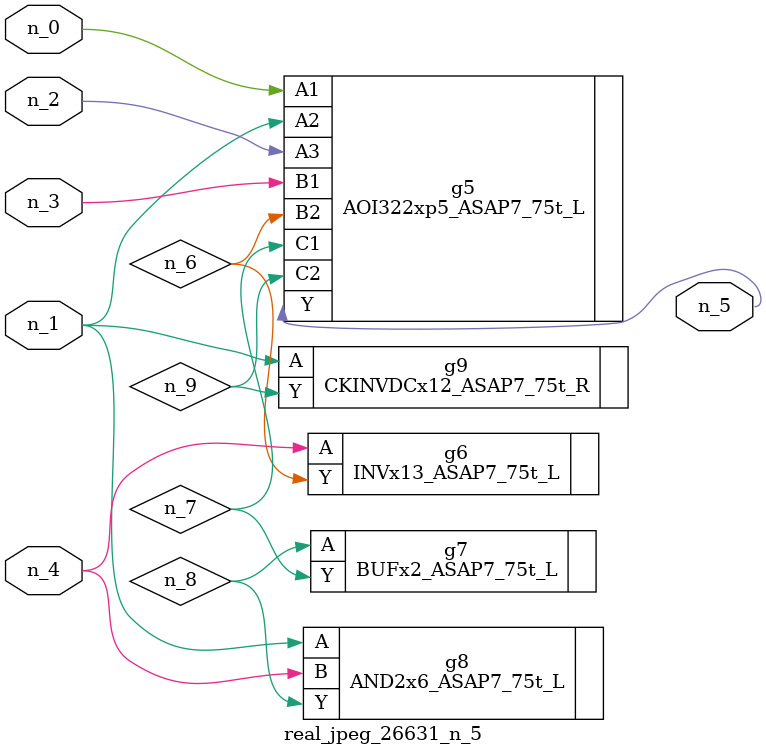
<source format=v>
module real_jpeg_26631_n_5 (n_4, n_0, n_1, n_2, n_3, n_5);

input n_4;
input n_0;
input n_1;
input n_2;
input n_3;

output n_5;

wire n_8;
wire n_6;
wire n_7;
wire n_9;

AOI322xp5_ASAP7_75t_L g5 ( 
.A1(n_0),
.A2(n_1),
.A3(n_2),
.B1(n_3),
.B2(n_6),
.C1(n_7),
.C2(n_9),
.Y(n_5)
);

AND2x6_ASAP7_75t_L g8 ( 
.A(n_1),
.B(n_4),
.Y(n_8)
);

CKINVDCx12_ASAP7_75t_R g9 ( 
.A(n_1),
.Y(n_9)
);

INVx13_ASAP7_75t_L g6 ( 
.A(n_4),
.Y(n_6)
);

BUFx2_ASAP7_75t_L g7 ( 
.A(n_8),
.Y(n_7)
);


endmodule
</source>
